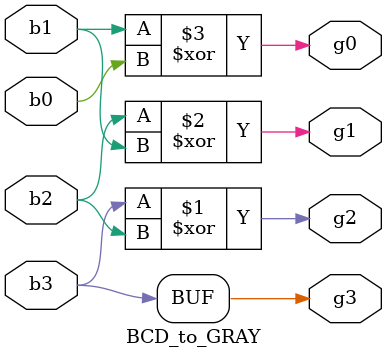
<source format=v>
module BCD_to_GRAY(g3,g2,g1,g0,b3,b2,b1,b0);
input b3,b2,b1,b0;
output g3,g2,g1,g0;

assign g3= b3;
assign g2= b3^b2;
assign g1= b2^b1;
assign g0= b1^b0;

endmodule

</source>
